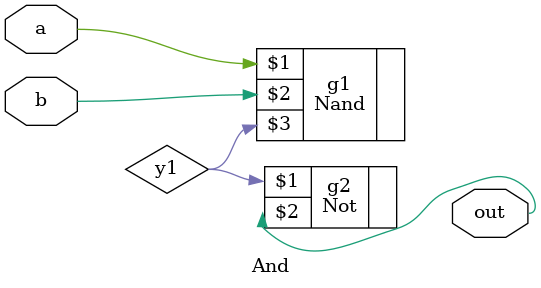
<source format=v>
`include "../01/Not.v"
module And(a,b,out);
    input a,b;
    output out;

    Nand g1(a,b,y1);
    Not g2(y1,out);

endmodule
</source>
